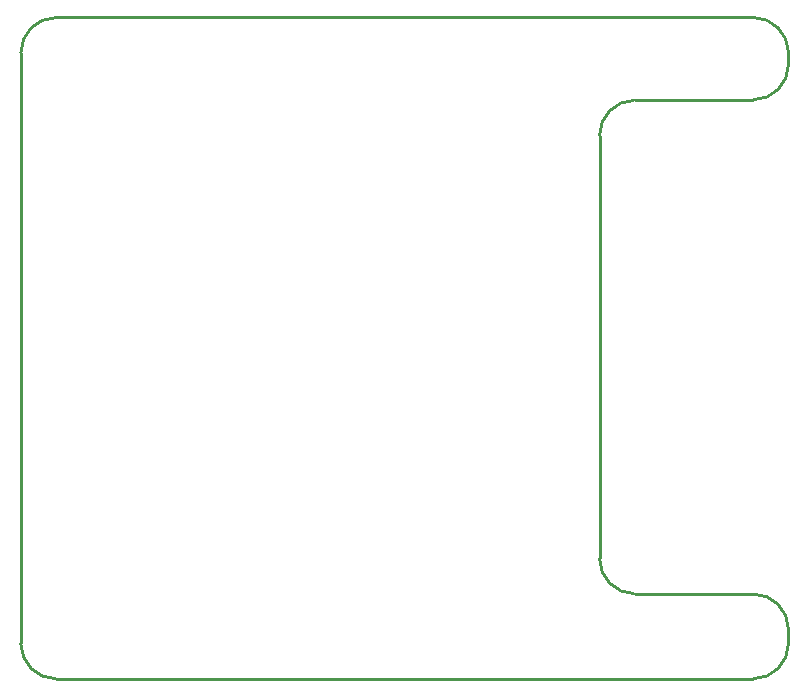
<source format=gko>
G04 Layer_Color=16711935*
%FSLAX25Y25*%
%MOIN*%
G70*
G01*
G75*
%ADD15C,0.01000*%
D15*
X170911Y98425D02*
G03*
X159100Y110236I-11811J0D01*
G01*
X159095Y-110236D02*
G03*
X170905Y-98425I0J11811D01*
G01*
X-73189Y110236D02*
G03*
X-85000Y98425I0J-11811D01*
G01*
Y-98425D02*
G03*
X-73189Y-110236I11811J0D01*
G01*
X170905Y-93736D02*
G03*
X159095Y-81925I-11811J0D01*
G01*
Y82764D02*
G03*
X170905Y94575I0J11811D01*
G01*
X107913Y-70079D02*
G03*
X119724Y-81890I11811J0D01*
G01*
Y82677D02*
G03*
X107913Y70866I0J-11811D01*
G01*
X-73189Y-110236D02*
X159095D01*
X-85000Y92264D02*
Y98425D01*
X-73189Y110236D02*
X159100D01*
X170905Y94575D02*
Y98425D01*
X-85000Y-98425D02*
Y-92264D01*
X119724Y-81890D02*
X159095D01*
X119724Y82677D02*
X159095Y82677D01*
X-85000Y-92264D02*
Y92264D01*
X170905Y-98425D02*
Y-93736D01*
X107913Y-70079D02*
Y70866D01*
M02*

</source>
